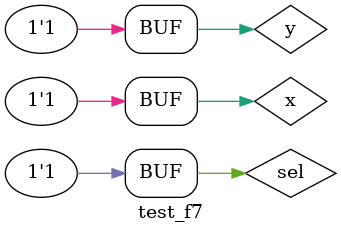
<source format=v>

module f7 ( 
    output s_and, 
    output s_nand, 
    input  a, 
    input  b 
); 

    // descrever por portas 
    and  AND1  (s_and,  a, b); 
    nand NAND1 (s_nand, a, b); 

endmodule // f7 

// ------------------------- 
//  multiplexer (2x1) 
// ------------------------- 
module mux ( 
    output s, 
    input  a, 
    input  b, 
    input  select 
); 

    // definir dados locais 
    wire not_select; 
    wire sa; 
    wire sb; 

    // descrever por portas 
    not NOT1 ( not_select, select ); 
    and AND1 ( sa, a, not_select ); 
    and AND2 ( sb, b,    select  ); 
    or  OR1  ( s , sa, sb ); 

endmodule // mux 

// ------------------------- 
// Teste 
// ------------------------- 
module test_f7; 
    // ------------------------- definir dados 
    reg  x; 
    reg  y; 
    reg  sel; 
    wire w_and; 
    wire w_nand; 
    wire z; 

    // instancia a unidade lógica 
    f7 modulo ( w_and, w_nand, x, y ); 

    // multiplexer para escolher saída única 
    mux MUX1 ( z, w_nand, w_and, sel ); 

    // ------------------------- parte principal 
    initial 
    begin : main 
        $display("Guia_0701 - Gabriel Ferreira Pereira - 842527"); 
        $display("Test LU's module (AND / NAND)"); 
        $display("   x   y   sel  | AND  NAND  Z"); 

        // aplicar estímulos
        x = 1'b0; y = 1'b0; sel = 1'b0; 
        #1 $monitor("%4b %4b %4b  |  %4b   %4b   %4b", x, y, sel, w_and, w_nand, z); 
        
        #1 y = 1'b1; 
        #1 x = 1'b1; y = 1'b0; 
        #1 y = 1'b1; 
        #1 sel = 1'b1; x = 1'b0; y = 1'b0; 
        #1 y = 1'b1; 
        #1 x = 1'b1; y = 1'b0; 
        #1 y = 1'b1; 
    end 

endmodule // test_f7
</source>
